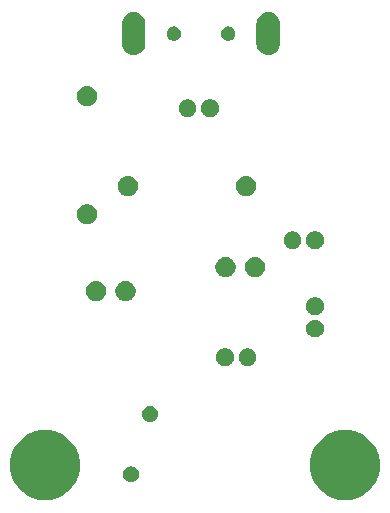
<source format=gbr>
G04 #@! TF.GenerationSoftware,KiCad,Pcbnew,(5.1.5)-3*
G04 #@! TF.CreationDate,2020-03-11T21:27:21-07:00*
G04 #@! TF.ProjectId,lab3,6c616233-2e6b-4696-9361-645f70636258,v01*
G04 #@! TF.SameCoordinates,Original*
G04 #@! TF.FileFunction,Soldermask,Bot*
G04 #@! TF.FilePolarity,Negative*
%FSLAX46Y46*%
G04 Gerber Fmt 4.6, Leading zero omitted, Abs format (unit mm)*
G04 Created by KiCad (PCBNEW (5.1.5)-3) date 2020-03-11 21:27:21*
%MOMM*%
%LPD*%
G04 APERTURE LIST*
%ADD10C,0.100000*%
G04 APERTURE END LIST*
D10*
G36*
X163455953Y-101187148D02*
G01*
X163934842Y-101282404D01*
X164475676Y-101506425D01*
X164962413Y-101831652D01*
X165376348Y-102245587D01*
X165701575Y-102732324D01*
X165925596Y-103273158D01*
X166039800Y-103847304D01*
X166039800Y-104432696D01*
X165925596Y-105006842D01*
X165701575Y-105547676D01*
X165376348Y-106034413D01*
X164962413Y-106448348D01*
X164475676Y-106773575D01*
X163934842Y-106997596D01*
X163455953Y-107092852D01*
X163360697Y-107111800D01*
X162775303Y-107111800D01*
X162680047Y-107092852D01*
X162201158Y-106997596D01*
X161660324Y-106773575D01*
X161173587Y-106448348D01*
X160759652Y-106034413D01*
X160434425Y-105547676D01*
X160210404Y-105006842D01*
X160096200Y-104432696D01*
X160096200Y-103847304D01*
X160210404Y-103273158D01*
X160434425Y-102732324D01*
X160759652Y-102245587D01*
X161173587Y-101831652D01*
X161660324Y-101506425D01*
X162201158Y-101282404D01*
X162680047Y-101187148D01*
X162775303Y-101168200D01*
X163360697Y-101168200D01*
X163455953Y-101187148D01*
G37*
G36*
X138055953Y-101187148D02*
G01*
X138534842Y-101282404D01*
X139075676Y-101506425D01*
X139562413Y-101831652D01*
X139976348Y-102245587D01*
X140301575Y-102732324D01*
X140525596Y-103273158D01*
X140639800Y-103847304D01*
X140639800Y-104432696D01*
X140525596Y-105006842D01*
X140301575Y-105547676D01*
X139976348Y-106034413D01*
X139562413Y-106448348D01*
X139075676Y-106773575D01*
X138534842Y-106997596D01*
X138055953Y-107092852D01*
X137960697Y-107111800D01*
X137375303Y-107111800D01*
X137280047Y-107092852D01*
X136801158Y-106997596D01*
X136260324Y-106773575D01*
X135773587Y-106448348D01*
X135359652Y-106034413D01*
X135034425Y-105547676D01*
X134810404Y-105006842D01*
X134696200Y-104432696D01*
X134696200Y-103847304D01*
X134810404Y-103273158D01*
X135034425Y-102732324D01*
X135359652Y-102245587D01*
X135773587Y-101831652D01*
X136260324Y-101506425D01*
X136801158Y-101282404D01*
X137280047Y-101187148D01*
X137375303Y-101168200D01*
X137960697Y-101168200D01*
X138055953Y-101187148D01*
G37*
G36*
X145158041Y-104262555D02*
G01*
X145282849Y-104314252D01*
X145395173Y-104389305D01*
X145490695Y-104484827D01*
X145565748Y-104597151D01*
X145617445Y-104721959D01*
X145643800Y-104854455D01*
X145643800Y-104989545D01*
X145617445Y-105122041D01*
X145565748Y-105246849D01*
X145490695Y-105359173D01*
X145395173Y-105454695D01*
X145282849Y-105529748D01*
X145158041Y-105581445D01*
X145025545Y-105607800D01*
X144890455Y-105607800D01*
X144757959Y-105581445D01*
X144633151Y-105529748D01*
X144520827Y-105454695D01*
X144425305Y-105359173D01*
X144350252Y-105246849D01*
X144298555Y-105122041D01*
X144272200Y-104989545D01*
X144272200Y-104854455D01*
X144298555Y-104721959D01*
X144350252Y-104597151D01*
X144425305Y-104484827D01*
X144520827Y-104389305D01*
X144633151Y-104314252D01*
X144757959Y-104262555D01*
X144890455Y-104236200D01*
X145025545Y-104236200D01*
X145158041Y-104262555D01*
G37*
G36*
X146758041Y-99162555D02*
G01*
X146882849Y-99214252D01*
X146995173Y-99289305D01*
X147090695Y-99384827D01*
X147165748Y-99497151D01*
X147217445Y-99621959D01*
X147243800Y-99754455D01*
X147243800Y-99889545D01*
X147217445Y-100022041D01*
X147165748Y-100146849D01*
X147090695Y-100259173D01*
X146995173Y-100354695D01*
X146882849Y-100429748D01*
X146758041Y-100481445D01*
X146625545Y-100507800D01*
X146490455Y-100507800D01*
X146357959Y-100481445D01*
X146233151Y-100429748D01*
X146120827Y-100354695D01*
X146025305Y-100259173D01*
X145950252Y-100146849D01*
X145898555Y-100022041D01*
X145872200Y-99889545D01*
X145872200Y-99754455D01*
X145898555Y-99621959D01*
X145950252Y-99497151D01*
X146025305Y-99384827D01*
X146120827Y-99289305D01*
X146233151Y-99214252D01*
X146357959Y-99162555D01*
X146490455Y-99136200D01*
X146625545Y-99136200D01*
X146758041Y-99162555D01*
G37*
G36*
X153127000Y-94274053D02*
G01*
X153263637Y-94330649D01*
X153386607Y-94412815D01*
X153491185Y-94517393D01*
X153573351Y-94640363D01*
X153629947Y-94777000D01*
X153658800Y-94922053D01*
X153658800Y-95069947D01*
X153629947Y-95215000D01*
X153573351Y-95351637D01*
X153491185Y-95474607D01*
X153386607Y-95579185D01*
X153263637Y-95661351D01*
X153127000Y-95717947D01*
X152981947Y-95746800D01*
X152834053Y-95746800D01*
X152689000Y-95717947D01*
X152552363Y-95661351D01*
X152429393Y-95579185D01*
X152324815Y-95474607D01*
X152242649Y-95351637D01*
X152186053Y-95215000D01*
X152157200Y-95069947D01*
X152157200Y-94922053D01*
X152186053Y-94777000D01*
X152242649Y-94640363D01*
X152324815Y-94517393D01*
X152429393Y-94412815D01*
X152552363Y-94330649D01*
X152689000Y-94274053D01*
X152834053Y-94245200D01*
X152981947Y-94245200D01*
X153127000Y-94274053D01*
G37*
G36*
X155027000Y-94274053D02*
G01*
X155163637Y-94330649D01*
X155286607Y-94412815D01*
X155391185Y-94517393D01*
X155473351Y-94640363D01*
X155529947Y-94777000D01*
X155558800Y-94922053D01*
X155558800Y-95069947D01*
X155529947Y-95215000D01*
X155473351Y-95351637D01*
X155391185Y-95474607D01*
X155286607Y-95579185D01*
X155163637Y-95661351D01*
X155027000Y-95717947D01*
X154881947Y-95746800D01*
X154734053Y-95746800D01*
X154589000Y-95717947D01*
X154452363Y-95661351D01*
X154329393Y-95579185D01*
X154224815Y-95474607D01*
X154142649Y-95351637D01*
X154086053Y-95215000D01*
X154057200Y-95069947D01*
X154057200Y-94922053D01*
X154086053Y-94777000D01*
X154142649Y-94640363D01*
X154224815Y-94517393D01*
X154329393Y-94412815D01*
X154452363Y-94330649D01*
X154589000Y-94274053D01*
X154734053Y-94245200D01*
X154881947Y-94245200D01*
X155027000Y-94274053D01*
G37*
G36*
X160747000Y-91856053D02*
G01*
X160883637Y-91912649D01*
X161006607Y-91994815D01*
X161111185Y-92099393D01*
X161193351Y-92222363D01*
X161249947Y-92359000D01*
X161278800Y-92504053D01*
X161278800Y-92651947D01*
X161249947Y-92797000D01*
X161193351Y-92933637D01*
X161111185Y-93056607D01*
X161006607Y-93161185D01*
X160883637Y-93243351D01*
X160747000Y-93299947D01*
X160601947Y-93328800D01*
X160454053Y-93328800D01*
X160309000Y-93299947D01*
X160172363Y-93243351D01*
X160049393Y-93161185D01*
X159944815Y-93056607D01*
X159862649Y-92933637D01*
X159806053Y-92797000D01*
X159777200Y-92651947D01*
X159777200Y-92504053D01*
X159806053Y-92359000D01*
X159862649Y-92222363D01*
X159944815Y-92099393D01*
X160049393Y-91994815D01*
X160172363Y-91912649D01*
X160309000Y-91856053D01*
X160454053Y-91827200D01*
X160601947Y-91827200D01*
X160747000Y-91856053D01*
G37*
G36*
X160747000Y-89956053D02*
G01*
X160883637Y-90012649D01*
X161006607Y-90094815D01*
X161111185Y-90199393D01*
X161193351Y-90322363D01*
X161249947Y-90459000D01*
X161278800Y-90604053D01*
X161278800Y-90751947D01*
X161249947Y-90897000D01*
X161193351Y-91033637D01*
X161111185Y-91156607D01*
X161006607Y-91261185D01*
X160883637Y-91343351D01*
X160747000Y-91399947D01*
X160601947Y-91428800D01*
X160454053Y-91428800D01*
X160309000Y-91399947D01*
X160172363Y-91343351D01*
X160049393Y-91261185D01*
X159944815Y-91156607D01*
X159862649Y-91033637D01*
X159806053Y-90897000D01*
X159777200Y-90751947D01*
X159777200Y-90604053D01*
X159806053Y-90459000D01*
X159862649Y-90322363D01*
X159944815Y-90199393D01*
X160049393Y-90094815D01*
X160172363Y-90012649D01*
X160309000Y-89956053D01*
X160454053Y-89927200D01*
X160601947Y-89927200D01*
X160747000Y-89956053D01*
G37*
G36*
X144734169Y-88589895D02*
G01*
X144843655Y-88635246D01*
X144889006Y-88654031D01*
X144944821Y-88691325D01*
X145028354Y-88747140D01*
X145146860Y-88865646D01*
X145202675Y-88949179D01*
X145239969Y-89004994D01*
X145239969Y-89004995D01*
X145304105Y-89159831D01*
X145336800Y-89324203D01*
X145336800Y-89491797D01*
X145304105Y-89656169D01*
X145258754Y-89765655D01*
X145239969Y-89811006D01*
X145202675Y-89866821D01*
X145146860Y-89950354D01*
X145028354Y-90068860D01*
X144944821Y-90124675D01*
X144889006Y-90161969D01*
X144843655Y-90180754D01*
X144734169Y-90226105D01*
X144569797Y-90258800D01*
X144402203Y-90258800D01*
X144237831Y-90226105D01*
X144128345Y-90180754D01*
X144082994Y-90161969D01*
X144027179Y-90124675D01*
X143943646Y-90068860D01*
X143825140Y-89950354D01*
X143769325Y-89866821D01*
X143732031Y-89811006D01*
X143713246Y-89765655D01*
X143667895Y-89656169D01*
X143635200Y-89491797D01*
X143635200Y-89324203D01*
X143667895Y-89159831D01*
X143732031Y-89004995D01*
X143732031Y-89004994D01*
X143769325Y-88949179D01*
X143825140Y-88865646D01*
X143943646Y-88747140D01*
X144027179Y-88691325D01*
X144082994Y-88654031D01*
X144128345Y-88635246D01*
X144237831Y-88589895D01*
X144402203Y-88557200D01*
X144569797Y-88557200D01*
X144734169Y-88589895D01*
G37*
G36*
X142234169Y-88589895D02*
G01*
X142343655Y-88635246D01*
X142389006Y-88654031D01*
X142444821Y-88691325D01*
X142528354Y-88747140D01*
X142646860Y-88865646D01*
X142702675Y-88949179D01*
X142739969Y-89004994D01*
X142739969Y-89004995D01*
X142804105Y-89159831D01*
X142836800Y-89324203D01*
X142836800Y-89491797D01*
X142804105Y-89656169D01*
X142758754Y-89765655D01*
X142739969Y-89811006D01*
X142702675Y-89866821D01*
X142646860Y-89950354D01*
X142528354Y-90068860D01*
X142444821Y-90124675D01*
X142389006Y-90161969D01*
X142343655Y-90180754D01*
X142234169Y-90226105D01*
X142069797Y-90258800D01*
X141902203Y-90258800D01*
X141737831Y-90226105D01*
X141628345Y-90180754D01*
X141582994Y-90161969D01*
X141527179Y-90124675D01*
X141443646Y-90068860D01*
X141325140Y-89950354D01*
X141269325Y-89866821D01*
X141232031Y-89811006D01*
X141213246Y-89765655D01*
X141167895Y-89656169D01*
X141135200Y-89491797D01*
X141135200Y-89324203D01*
X141167895Y-89159831D01*
X141232031Y-89004995D01*
X141232031Y-89004994D01*
X141269325Y-88949179D01*
X141325140Y-88865646D01*
X141443646Y-88747140D01*
X141527179Y-88691325D01*
X141582994Y-88654031D01*
X141628345Y-88635246D01*
X141737831Y-88589895D01*
X141902203Y-88557200D01*
X142069797Y-88557200D01*
X142234169Y-88589895D01*
G37*
G36*
X155696169Y-86557895D02*
G01*
X155805655Y-86603246D01*
X155851006Y-86622031D01*
X155906821Y-86659325D01*
X155990354Y-86715140D01*
X156108860Y-86833646D01*
X156164675Y-86917179D01*
X156201969Y-86972994D01*
X156201969Y-86972995D01*
X156266105Y-87127831D01*
X156298800Y-87292203D01*
X156298800Y-87459797D01*
X156266105Y-87624169D01*
X156220754Y-87733655D01*
X156201969Y-87779006D01*
X156164675Y-87834821D01*
X156108860Y-87918354D01*
X155990354Y-88036860D01*
X155906821Y-88092675D01*
X155851006Y-88129969D01*
X155805655Y-88148754D01*
X155696169Y-88194105D01*
X155531797Y-88226800D01*
X155364203Y-88226800D01*
X155199831Y-88194105D01*
X155090345Y-88148754D01*
X155044994Y-88129969D01*
X154989179Y-88092675D01*
X154905646Y-88036860D01*
X154787140Y-87918354D01*
X154731325Y-87834821D01*
X154694031Y-87779006D01*
X154675246Y-87733655D01*
X154629895Y-87624169D01*
X154597200Y-87459797D01*
X154597200Y-87292203D01*
X154629895Y-87127831D01*
X154694031Y-86972995D01*
X154694031Y-86972994D01*
X154731325Y-86917179D01*
X154787140Y-86833646D01*
X154905646Y-86715140D01*
X154989179Y-86659325D01*
X155044994Y-86622031D01*
X155090345Y-86603246D01*
X155199831Y-86557895D01*
X155364203Y-86525200D01*
X155531797Y-86525200D01*
X155696169Y-86557895D01*
G37*
G36*
X153196169Y-86557895D02*
G01*
X153305655Y-86603246D01*
X153351006Y-86622031D01*
X153406821Y-86659325D01*
X153490354Y-86715140D01*
X153608860Y-86833646D01*
X153664675Y-86917179D01*
X153701969Y-86972994D01*
X153701969Y-86972995D01*
X153766105Y-87127831D01*
X153798800Y-87292203D01*
X153798800Y-87459797D01*
X153766105Y-87624169D01*
X153720754Y-87733655D01*
X153701969Y-87779006D01*
X153664675Y-87834821D01*
X153608860Y-87918354D01*
X153490354Y-88036860D01*
X153406821Y-88092675D01*
X153351006Y-88129969D01*
X153305655Y-88148754D01*
X153196169Y-88194105D01*
X153031797Y-88226800D01*
X152864203Y-88226800D01*
X152699831Y-88194105D01*
X152590345Y-88148754D01*
X152544994Y-88129969D01*
X152489179Y-88092675D01*
X152405646Y-88036860D01*
X152287140Y-87918354D01*
X152231325Y-87834821D01*
X152194031Y-87779006D01*
X152175246Y-87733655D01*
X152129895Y-87624169D01*
X152097200Y-87459797D01*
X152097200Y-87292203D01*
X152129895Y-87127831D01*
X152194031Y-86972995D01*
X152194031Y-86972994D01*
X152231325Y-86917179D01*
X152287140Y-86833646D01*
X152405646Y-86715140D01*
X152489179Y-86659325D01*
X152544994Y-86622031D01*
X152590345Y-86603246D01*
X152699831Y-86557895D01*
X152864203Y-86525200D01*
X153031797Y-86525200D01*
X153196169Y-86557895D01*
G37*
G36*
X158847000Y-84368053D02*
G01*
X158983637Y-84424649D01*
X159106607Y-84506815D01*
X159211185Y-84611393D01*
X159293351Y-84734363D01*
X159349947Y-84871000D01*
X159378800Y-85016053D01*
X159378800Y-85163947D01*
X159349947Y-85309000D01*
X159293351Y-85445637D01*
X159211185Y-85568607D01*
X159106607Y-85673185D01*
X158983637Y-85755351D01*
X158847000Y-85811947D01*
X158701947Y-85840800D01*
X158554053Y-85840800D01*
X158409000Y-85811947D01*
X158272363Y-85755351D01*
X158149393Y-85673185D01*
X158044815Y-85568607D01*
X157962649Y-85445637D01*
X157906053Y-85309000D01*
X157877200Y-85163947D01*
X157877200Y-85016053D01*
X157906053Y-84871000D01*
X157962649Y-84734363D01*
X158044815Y-84611393D01*
X158149393Y-84506815D01*
X158272363Y-84424649D01*
X158409000Y-84368053D01*
X158554053Y-84339200D01*
X158701947Y-84339200D01*
X158847000Y-84368053D01*
G37*
G36*
X160747000Y-84368053D02*
G01*
X160883637Y-84424649D01*
X161006607Y-84506815D01*
X161111185Y-84611393D01*
X161193351Y-84734363D01*
X161249947Y-84871000D01*
X161278800Y-85016053D01*
X161278800Y-85163947D01*
X161249947Y-85309000D01*
X161193351Y-85445637D01*
X161111185Y-85568607D01*
X161006607Y-85673185D01*
X160883637Y-85755351D01*
X160747000Y-85811947D01*
X160601947Y-85840800D01*
X160454053Y-85840800D01*
X160309000Y-85811947D01*
X160172363Y-85755351D01*
X160049393Y-85673185D01*
X159944815Y-85568607D01*
X159862649Y-85445637D01*
X159806053Y-85309000D01*
X159777200Y-85163947D01*
X159777200Y-85016053D01*
X159806053Y-84871000D01*
X159862649Y-84734363D01*
X159944815Y-84611393D01*
X160049393Y-84506815D01*
X160172363Y-84424649D01*
X160309000Y-84368053D01*
X160454053Y-84339200D01*
X160601947Y-84339200D01*
X160747000Y-84368053D01*
G37*
G36*
X141472169Y-82079895D02*
G01*
X141581655Y-82125246D01*
X141627006Y-82144031D01*
X141682821Y-82181325D01*
X141766354Y-82237140D01*
X141884860Y-82355646D01*
X141940675Y-82439179D01*
X141977969Y-82494994D01*
X141977969Y-82494995D01*
X142042105Y-82649831D01*
X142074800Y-82814203D01*
X142074800Y-82981797D01*
X142042105Y-83146169D01*
X141996754Y-83255655D01*
X141977969Y-83301006D01*
X141940675Y-83356821D01*
X141884860Y-83440354D01*
X141766354Y-83558860D01*
X141682821Y-83614675D01*
X141627006Y-83651969D01*
X141581655Y-83670754D01*
X141472169Y-83716105D01*
X141307797Y-83748800D01*
X141140203Y-83748800D01*
X140975831Y-83716105D01*
X140866345Y-83670754D01*
X140820994Y-83651969D01*
X140765179Y-83614675D01*
X140681646Y-83558860D01*
X140563140Y-83440354D01*
X140507325Y-83356821D01*
X140470031Y-83301006D01*
X140451246Y-83255655D01*
X140405895Y-83146169D01*
X140373200Y-82981797D01*
X140373200Y-82814203D01*
X140405895Y-82649831D01*
X140470031Y-82494995D01*
X140470031Y-82494994D01*
X140507325Y-82439179D01*
X140563140Y-82355646D01*
X140681646Y-82237140D01*
X140765179Y-82181325D01*
X140820994Y-82144031D01*
X140866345Y-82125246D01*
X140975831Y-82079895D01*
X141140203Y-82047200D01*
X141307797Y-82047200D01*
X141472169Y-82079895D01*
G37*
G36*
X154934169Y-79699895D02*
G01*
X155043655Y-79745246D01*
X155089006Y-79764031D01*
X155144821Y-79801325D01*
X155228354Y-79857140D01*
X155346860Y-79975646D01*
X155402675Y-80059179D01*
X155439969Y-80114994D01*
X155439969Y-80114995D01*
X155504105Y-80269831D01*
X155536800Y-80434203D01*
X155536800Y-80601797D01*
X155504105Y-80766169D01*
X155458754Y-80875655D01*
X155439969Y-80921006D01*
X155402675Y-80976821D01*
X155346860Y-81060354D01*
X155228354Y-81178860D01*
X155144821Y-81234675D01*
X155089006Y-81271969D01*
X155043655Y-81290754D01*
X154934169Y-81336105D01*
X154769797Y-81368800D01*
X154602203Y-81368800D01*
X154437831Y-81336105D01*
X154328345Y-81290754D01*
X154282994Y-81271969D01*
X154227179Y-81234675D01*
X154143646Y-81178860D01*
X154025140Y-81060354D01*
X153969325Y-80976821D01*
X153932031Y-80921006D01*
X153913246Y-80875655D01*
X153867895Y-80766169D01*
X153835200Y-80601797D01*
X153835200Y-80434203D01*
X153867895Y-80269831D01*
X153932031Y-80114995D01*
X153932031Y-80114994D01*
X153969325Y-80059179D01*
X154025140Y-79975646D01*
X154143646Y-79857140D01*
X154227179Y-79801325D01*
X154282994Y-79764031D01*
X154328345Y-79745246D01*
X154437831Y-79699895D01*
X154602203Y-79667200D01*
X154769797Y-79667200D01*
X154934169Y-79699895D01*
G37*
G36*
X144934169Y-79699895D02*
G01*
X145043655Y-79745246D01*
X145089006Y-79764031D01*
X145144821Y-79801325D01*
X145228354Y-79857140D01*
X145346860Y-79975646D01*
X145402675Y-80059179D01*
X145439969Y-80114994D01*
X145439969Y-80114995D01*
X145504105Y-80269831D01*
X145536800Y-80434203D01*
X145536800Y-80601797D01*
X145504105Y-80766169D01*
X145458754Y-80875655D01*
X145439969Y-80921006D01*
X145402675Y-80976821D01*
X145346860Y-81060354D01*
X145228354Y-81178860D01*
X145144821Y-81234675D01*
X145089006Y-81271969D01*
X145043655Y-81290754D01*
X144934169Y-81336105D01*
X144769797Y-81368800D01*
X144602203Y-81368800D01*
X144437831Y-81336105D01*
X144328345Y-81290754D01*
X144282994Y-81271969D01*
X144227179Y-81234675D01*
X144143646Y-81178860D01*
X144025140Y-81060354D01*
X143969325Y-80976821D01*
X143932031Y-80921006D01*
X143913246Y-80875655D01*
X143867895Y-80766169D01*
X143835200Y-80601797D01*
X143835200Y-80434203D01*
X143867895Y-80269831D01*
X143932031Y-80114995D01*
X143932031Y-80114994D01*
X143969325Y-80059179D01*
X144025140Y-79975646D01*
X144143646Y-79857140D01*
X144227179Y-79801325D01*
X144282994Y-79764031D01*
X144328345Y-79745246D01*
X144437831Y-79699895D01*
X144602203Y-79667200D01*
X144769797Y-79667200D01*
X144934169Y-79699895D01*
G37*
G36*
X149957000Y-73192053D02*
G01*
X150093637Y-73248649D01*
X150216607Y-73330815D01*
X150321185Y-73435393D01*
X150403351Y-73558363D01*
X150459947Y-73695000D01*
X150488800Y-73840053D01*
X150488800Y-73987947D01*
X150459947Y-74133000D01*
X150403351Y-74269637D01*
X150321185Y-74392607D01*
X150216607Y-74497185D01*
X150093637Y-74579351D01*
X149957000Y-74635947D01*
X149811947Y-74664800D01*
X149664053Y-74664800D01*
X149519000Y-74635947D01*
X149382363Y-74579351D01*
X149259393Y-74497185D01*
X149154815Y-74392607D01*
X149072649Y-74269637D01*
X149016053Y-74133000D01*
X148987200Y-73987947D01*
X148987200Y-73840053D01*
X149016053Y-73695000D01*
X149072649Y-73558363D01*
X149154815Y-73435393D01*
X149259393Y-73330815D01*
X149382363Y-73248649D01*
X149519000Y-73192053D01*
X149664053Y-73163200D01*
X149811947Y-73163200D01*
X149957000Y-73192053D01*
G37*
G36*
X151857000Y-73192053D02*
G01*
X151993637Y-73248649D01*
X152116607Y-73330815D01*
X152221185Y-73435393D01*
X152303351Y-73558363D01*
X152359947Y-73695000D01*
X152388800Y-73840053D01*
X152388800Y-73987947D01*
X152359947Y-74133000D01*
X152303351Y-74269637D01*
X152221185Y-74392607D01*
X152116607Y-74497185D01*
X151993637Y-74579351D01*
X151857000Y-74635947D01*
X151711947Y-74664800D01*
X151564053Y-74664800D01*
X151419000Y-74635947D01*
X151282363Y-74579351D01*
X151159393Y-74497185D01*
X151054815Y-74392607D01*
X150972649Y-74269637D01*
X150916053Y-74133000D01*
X150887200Y-73987947D01*
X150887200Y-73840053D01*
X150916053Y-73695000D01*
X150972649Y-73558363D01*
X151054815Y-73435393D01*
X151159393Y-73330815D01*
X151282363Y-73248649D01*
X151419000Y-73192053D01*
X151564053Y-73163200D01*
X151711947Y-73163200D01*
X151857000Y-73192053D01*
G37*
G36*
X141472169Y-72079895D02*
G01*
X141581655Y-72125246D01*
X141627006Y-72144031D01*
X141682821Y-72181325D01*
X141766354Y-72237140D01*
X141884860Y-72355646D01*
X141940675Y-72439179D01*
X141977969Y-72494994D01*
X141977969Y-72494995D01*
X142042105Y-72649831D01*
X142074800Y-72814203D01*
X142074800Y-72981797D01*
X142042105Y-73146169D01*
X141999656Y-73248649D01*
X141977969Y-73301006D01*
X141958051Y-73330815D01*
X141884860Y-73440354D01*
X141766354Y-73558860D01*
X141682821Y-73614675D01*
X141627006Y-73651969D01*
X141581655Y-73670754D01*
X141472169Y-73716105D01*
X141307797Y-73748800D01*
X141140203Y-73748800D01*
X140975831Y-73716105D01*
X140866345Y-73670754D01*
X140820994Y-73651969D01*
X140765179Y-73614675D01*
X140681646Y-73558860D01*
X140563140Y-73440354D01*
X140489949Y-73330815D01*
X140470031Y-73301006D01*
X140448344Y-73248649D01*
X140405895Y-73146169D01*
X140373200Y-72981797D01*
X140373200Y-72814203D01*
X140405895Y-72649831D01*
X140470031Y-72494995D01*
X140470031Y-72494994D01*
X140507325Y-72439179D01*
X140563140Y-72355646D01*
X140681646Y-72237140D01*
X140765179Y-72181325D01*
X140820994Y-72144031D01*
X140866345Y-72125246D01*
X140975831Y-72079895D01*
X141140203Y-72047200D01*
X141307797Y-72047200D01*
X141472169Y-72079895D01*
G37*
G36*
X156772190Y-65819681D02*
G01*
X156960842Y-65876908D01*
X157134705Y-65969839D01*
X157287096Y-66094904D01*
X157412161Y-66247295D01*
X157505092Y-66421157D01*
X157562319Y-66609809D01*
X157576800Y-66756838D01*
X157576800Y-68455162D01*
X157562319Y-68602191D01*
X157505092Y-68790843D01*
X157412161Y-68964705D01*
X157287096Y-69117096D01*
X157134705Y-69242161D01*
X156960843Y-69335092D01*
X156772191Y-69392319D01*
X156576000Y-69411642D01*
X156379810Y-69392319D01*
X156191158Y-69335092D01*
X156017296Y-69242161D01*
X155864905Y-69117096D01*
X155739840Y-68964705D01*
X155646909Y-68790843D01*
X155589682Y-68602191D01*
X155575201Y-68455162D01*
X155575200Y-66756839D01*
X155589681Y-66609810D01*
X155646908Y-66421158D01*
X155739839Y-66247295D01*
X155864904Y-66094904D01*
X156017295Y-65969839D01*
X156191157Y-65876908D01*
X156379809Y-65819681D01*
X156576000Y-65800358D01*
X156772190Y-65819681D01*
G37*
G36*
X145372190Y-65819681D02*
G01*
X145560842Y-65876908D01*
X145734705Y-65969839D01*
X145887096Y-66094904D01*
X146012161Y-66247295D01*
X146105092Y-66421157D01*
X146162319Y-66609809D01*
X146176800Y-66756838D01*
X146176800Y-68455162D01*
X146162319Y-68602191D01*
X146105092Y-68790843D01*
X146012161Y-68964705D01*
X145887096Y-69117096D01*
X145734705Y-69242161D01*
X145560843Y-69335092D01*
X145372191Y-69392319D01*
X145176000Y-69411642D01*
X144979810Y-69392319D01*
X144791158Y-69335092D01*
X144617296Y-69242161D01*
X144464905Y-69117096D01*
X144339840Y-68964705D01*
X144246909Y-68790843D01*
X144189682Y-68602191D01*
X144175201Y-68455162D01*
X144175200Y-66756839D01*
X144189681Y-66609810D01*
X144246908Y-66421158D01*
X144339839Y-66247295D01*
X144464904Y-66094904D01*
X144617295Y-65969839D01*
X144791157Y-65876908D01*
X144979809Y-65819681D01*
X145176000Y-65800358D01*
X145372190Y-65819681D01*
G37*
G36*
X148751247Y-67028288D02*
G01*
X148860586Y-67073578D01*
X148958988Y-67139328D01*
X149042672Y-67223012D01*
X149108422Y-67321414D01*
X149153712Y-67430753D01*
X149176800Y-67546826D01*
X149176800Y-67665174D01*
X149153712Y-67781247D01*
X149108422Y-67890586D01*
X149042672Y-67988988D01*
X148958988Y-68072672D01*
X148860586Y-68138422D01*
X148751247Y-68183712D01*
X148635174Y-68206800D01*
X148516826Y-68206800D01*
X148400753Y-68183712D01*
X148291414Y-68138422D01*
X148193012Y-68072672D01*
X148109328Y-67988988D01*
X148043578Y-67890586D01*
X147998288Y-67781247D01*
X147975200Y-67665174D01*
X147975200Y-67546826D01*
X147998288Y-67430753D01*
X148043578Y-67321414D01*
X148109328Y-67223012D01*
X148193012Y-67139328D01*
X148291414Y-67073578D01*
X148400753Y-67028288D01*
X148516826Y-67005200D01*
X148635174Y-67005200D01*
X148751247Y-67028288D01*
G37*
G36*
X153351247Y-67028288D02*
G01*
X153460586Y-67073578D01*
X153558988Y-67139328D01*
X153642672Y-67223012D01*
X153708422Y-67321414D01*
X153753712Y-67430753D01*
X153776800Y-67546826D01*
X153776800Y-67665174D01*
X153753712Y-67781247D01*
X153708422Y-67890586D01*
X153642672Y-67988988D01*
X153558988Y-68072672D01*
X153460586Y-68138422D01*
X153351247Y-68183712D01*
X153235174Y-68206800D01*
X153116826Y-68206800D01*
X153000753Y-68183712D01*
X152891414Y-68138422D01*
X152793012Y-68072672D01*
X152709328Y-67988988D01*
X152643578Y-67890586D01*
X152598288Y-67781247D01*
X152575200Y-67665174D01*
X152575200Y-67546826D01*
X152598288Y-67430753D01*
X152643578Y-67321414D01*
X152709328Y-67223012D01*
X152793012Y-67139328D01*
X152891414Y-67073578D01*
X153000753Y-67028288D01*
X153116826Y-67005200D01*
X153235174Y-67005200D01*
X153351247Y-67028288D01*
G37*
M02*

</source>
